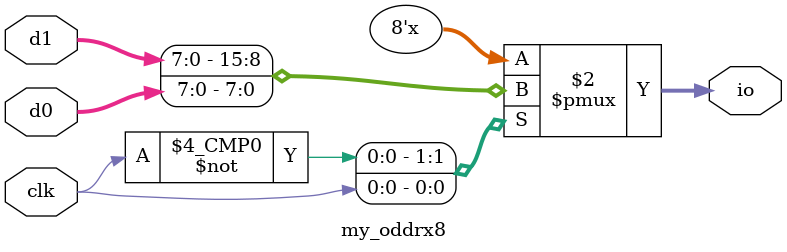
<source format=v>
/*
Single Data Rate to Double Data Rate Output Register
2010-2011 sclai <laikos@yahoo.com>

This library is free software; you can redistribute it and/or modify it 
 under the terms of the GNU Lesser General Public License as published by 
 the Free Software Foundation; either version 2.1 of the License, 
 or (at your option) any later version.
 
 This library is distributed in the hope that it will be useful, but 
 WITHOUT ANY WARRANTY; without even the implied warranty of
 MERCHANTABILITY or FITNESS FOR A PARTICULAR PURPOSE. See the GNU
 Lesser General Public License for more details.
 
 You should have received a copy of the GNU Lesser General Public
 License along with this library; if not, write to the Free Software
 Foundation, Inc., 59 Temple Place, Suite 330, Boston, MA 02111-1307
 USA
*/
module my_oddrx8(
input wire 			clk,
input wire [7:0] 	d0,
input wire [7:0] 	d1,
output reg [7:0]  io
);



always@(*)
begin
	case(clk)
	1'b0:io<=d1;
	1'b1:io<=d0;
	endcase
end

endmodule

</source>
